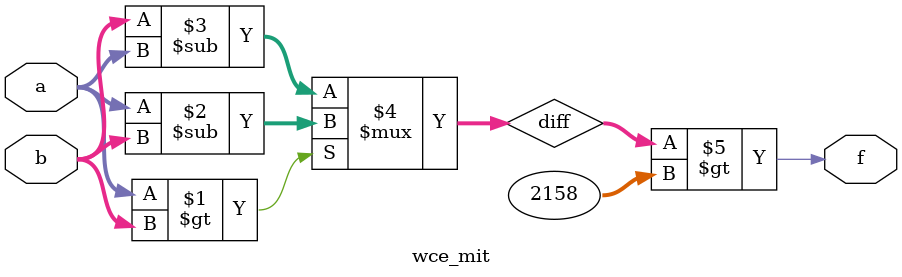
<source format=v>
module wce_mit(a, b, f);
parameter _bit = 18;
parameter wce = 2158;
input [_bit - 1: 0] a;
input [_bit - 1: 0] b;
output f;
wire [_bit - 1: 0] diff;
assign diff = (a > b)? (a - b): (b - a);
assign f = (diff > wce);
endmodule

</source>
